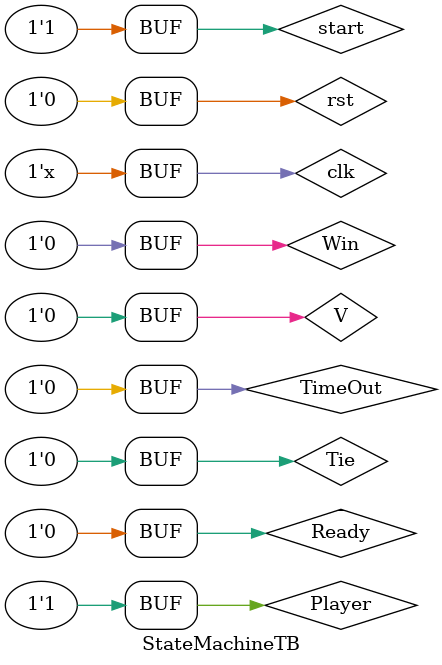
<source format=sv>
module StateMachineTB();

logic clk, start, rst, TimeOut, Win, Tie, Player, Ready, V;
logic Time, ChangeTurn, ValidateWin, PlayRandom, ValidatePlay, PrintSprint, PrintWin;

StateMachine FSM(clk, start, rst, TimeOut, Win, Tie, Player, Ready, V, Time, ChangeTurn, ValidateWin, PlayRandom, ValidatePlay, PrintSprint, PrintWin);

initial begin

clk = 0; start = 1; rst = 0; TimeOut = 0; Win = 0; Tie = 0; Player = 01; Ready = 0; V = 0;

end

always 
	#10 clk = !clk;
	
endmodule


</source>
